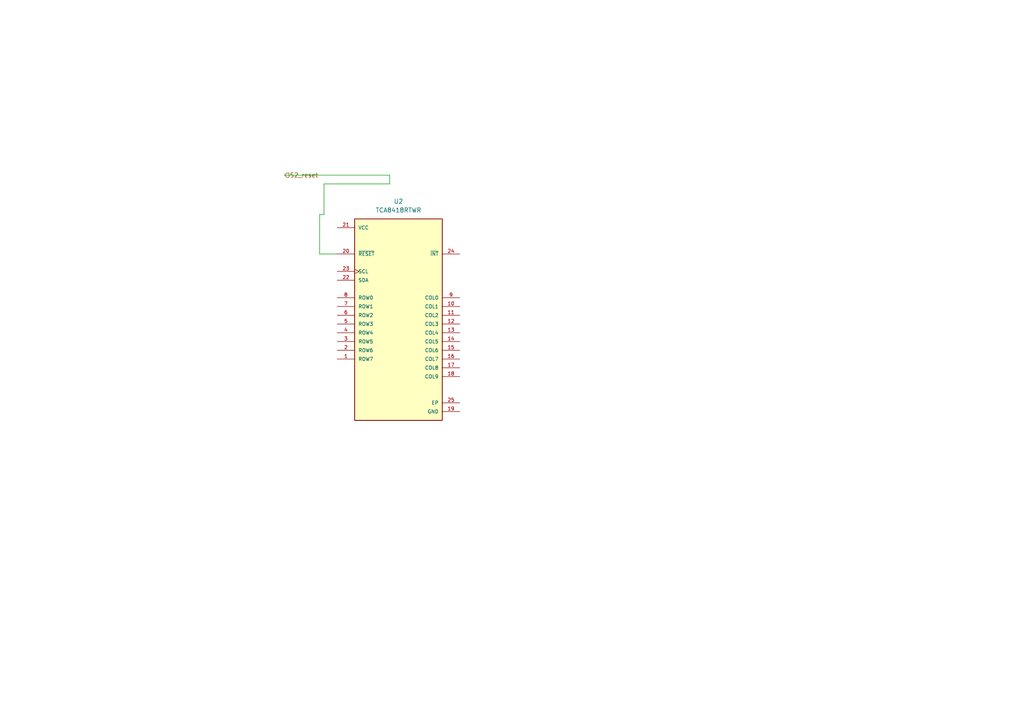
<source format=kicad_sch>
(kicad_sch
	(version 20231120)
	(generator "eeschema")
	(generator_version "8.0")
	(uuid "2316fc67-bbef-4326-a923-05d1c7ee1cf3")
	(paper "A4")
	(lib_symbols
		(symbol "mWW_Library:TCA8418RTWR"
			(pin_names
				(offset 1.016)
			)
			(exclude_from_sim no)
			(in_bom yes)
			(on_board yes)
			(property "Reference" "U"
				(at -12.7 28.702 0)
				(effects
					(font
						(size 1.27 1.27)
					)
					(justify left bottom)
				)
			)
			(property "Value" "TCA8418RTWR"
				(at -12.7 -31.242 0)
				(effects
					(font
						(size 1.27 1.27)
					)
					(justify left top)
				)
			)
			(property "Footprint" "TCA8418RTWR:QFN50P400X400X80-25N"
				(at 0 0 0)
				(effects
					(font
						(size 1.27 1.27)
					)
					(justify bottom)
					(hide yes)
				)
			)
			(property "Datasheet" ""
				(at 0 0 0)
				(effects
					(font
						(size 1.27 1.27)
					)
					(hide yes)
				)
			)
			(property "Description" ""
				(at 0 0 0)
				(effects
					(font
						(size 1.27 1.27)
					)
					(hide yes)
				)
			)
			(property "MF" "Texas Instruments"
				(at 0 0 0)
				(effects
					(font
						(size 1.27 1.27)
					)
					(justify bottom)
					(hide yes)
				)
			)
			(property "MAXIMUM_PACKAGE_HEIGHT" "0.8mm"
				(at 0 0 0)
				(effects
					(font
						(size 1.27 1.27)
					)
					(justify bottom)
					(hide yes)
				)
			)
			(property "Package" "WQFN-24 Texas Instruments"
				(at 0 0 0)
				(effects
					(font
						(size 1.27 1.27)
					)
					(justify bottom)
					(hide yes)
				)
			)
			(property "Price" "None"
				(at 0 0 0)
				(effects
					(font
						(size 1.27 1.27)
					)
					(justify bottom)
					(hide yes)
				)
			)
			(property "Check_prices" "https://www.snapeda.com/parts/TCA8418RTWR/Texas+Instruments/view-part/?ref=eda"
				(at 0 0 0)
				(effects
					(font
						(size 1.27 1.27)
					)
					(justify bottom)
					(hide yes)
				)
			)
			(property "STANDARD" "IPC-7351B"
				(at 0 0 0)
				(effects
					(font
						(size 1.27 1.27)
					)
					(justify bottom)
					(hide yes)
				)
			)
			(property "PARTREV" "G"
				(at 0 0 0)
				(effects
					(font
						(size 1.27 1.27)
					)
					(justify bottom)
					(hide yes)
				)
			)
			(property "SnapEDA_Link" "https://www.snapeda.com/parts/TCA8418RTWR/Texas+Instruments/view-part/?ref=snap"
				(at 0 0 0)
				(effects
					(font
						(size 1.27 1.27)
					)
					(justify bottom)
					(hide yes)
				)
			)
			(property "MP" "TCA8418RTWR"
				(at 0 0 0)
				(effects
					(font
						(size 1.27 1.27)
					)
					(justify bottom)
					(hide yes)
				)
			)
			(property "Description_1" "\n18-bit 1.65- to 3.6-V 1MHz I2C/SMBus keypad scanner with interrupt, reset & 80 key support\n"
				(at 0 0 0)
				(effects
					(font
						(size 1.27 1.27)
					)
					(justify bottom)
					(hide yes)
				)
			)
			(property "Availability" "In Stock"
				(at 0 0 0)
				(effects
					(font
						(size 1.27 1.27)
					)
					(justify bottom)
					(hide yes)
				)
			)
			(property "MANUFACTURER" "Texas Instruments"
				(at 0 0 0)
				(effects
					(font
						(size 1.27 1.27)
					)
					(justify bottom)
					(hide yes)
				)
			)
			(symbol "TCA8418RTWR_0_0"
				(rectangle
					(start -12.7 -30.48)
					(end 12.7 27.94)
					(stroke
						(width 0.254)
						(type default)
					)
					(fill
						(type background)
					)
				)
				(pin bidirectional line
					(at -17.78 -12.7 0)
					(length 5.08)
					(name "ROW7"
						(effects
							(font
								(size 1.016 1.016)
							)
						)
					)
					(number "1"
						(effects
							(font
								(size 1.016 1.016)
							)
						)
					)
				)
				(pin bidirectional line
					(at 17.78 2.54 180)
					(length 5.08)
					(name "COL1"
						(effects
							(font
								(size 1.016 1.016)
							)
						)
					)
					(number "10"
						(effects
							(font
								(size 1.016 1.016)
							)
						)
					)
				)
				(pin bidirectional line
					(at 17.78 0 180)
					(length 5.08)
					(name "COL2"
						(effects
							(font
								(size 1.016 1.016)
							)
						)
					)
					(number "11"
						(effects
							(font
								(size 1.016 1.016)
							)
						)
					)
				)
				(pin bidirectional line
					(at 17.78 -2.54 180)
					(length 5.08)
					(name "COL3"
						(effects
							(font
								(size 1.016 1.016)
							)
						)
					)
					(number "12"
						(effects
							(font
								(size 1.016 1.016)
							)
						)
					)
				)
				(pin bidirectional line
					(at 17.78 -5.08 180)
					(length 5.08)
					(name "COL4"
						(effects
							(font
								(size 1.016 1.016)
							)
						)
					)
					(number "13"
						(effects
							(font
								(size 1.016 1.016)
							)
						)
					)
				)
				(pin bidirectional line
					(at 17.78 -7.62 180)
					(length 5.08)
					(name "COL5"
						(effects
							(font
								(size 1.016 1.016)
							)
						)
					)
					(number "14"
						(effects
							(font
								(size 1.016 1.016)
							)
						)
					)
				)
				(pin bidirectional line
					(at 17.78 -10.16 180)
					(length 5.08)
					(name "COL6"
						(effects
							(font
								(size 1.016 1.016)
							)
						)
					)
					(number "15"
						(effects
							(font
								(size 1.016 1.016)
							)
						)
					)
				)
				(pin bidirectional line
					(at 17.78 -12.7 180)
					(length 5.08)
					(name "COL7"
						(effects
							(font
								(size 1.016 1.016)
							)
						)
					)
					(number "16"
						(effects
							(font
								(size 1.016 1.016)
							)
						)
					)
				)
				(pin bidirectional line
					(at 17.78 -15.24 180)
					(length 5.08)
					(name "COL8"
						(effects
							(font
								(size 1.016 1.016)
							)
						)
					)
					(number "17"
						(effects
							(font
								(size 1.016 1.016)
							)
						)
					)
				)
				(pin bidirectional line
					(at 17.78 -17.78 180)
					(length 5.08)
					(name "COL9"
						(effects
							(font
								(size 1.016 1.016)
							)
						)
					)
					(number "18"
						(effects
							(font
								(size 1.016 1.016)
							)
						)
					)
				)
				(pin power_in line
					(at 17.78 -27.94 180)
					(length 5.08)
					(name "GND"
						(effects
							(font
								(size 1.016 1.016)
							)
						)
					)
					(number "19"
						(effects
							(font
								(size 1.016 1.016)
							)
						)
					)
				)
				(pin bidirectional line
					(at -17.78 -10.16 0)
					(length 5.08)
					(name "ROW6"
						(effects
							(font
								(size 1.016 1.016)
							)
						)
					)
					(number "2"
						(effects
							(font
								(size 1.016 1.016)
							)
						)
					)
				)
				(pin input line
					(at -17.78 17.78 0)
					(length 5.08)
					(name "~{RESET}"
						(effects
							(font
								(size 1.016 1.016)
							)
						)
					)
					(number "20"
						(effects
							(font
								(size 1.016 1.016)
							)
						)
					)
				)
				(pin power_in line
					(at -17.78 25.4 0)
					(length 5.08)
					(name "VCC"
						(effects
							(font
								(size 1.016 1.016)
							)
						)
					)
					(number "21"
						(effects
							(font
								(size 1.016 1.016)
							)
						)
					)
				)
				(pin bidirectional line
					(at -17.78 10.16 0)
					(length 5.08)
					(name "SDA"
						(effects
							(font
								(size 1.016 1.016)
							)
						)
					)
					(number "22"
						(effects
							(font
								(size 1.016 1.016)
							)
						)
					)
				)
				(pin input clock
					(at -17.78 12.7 0)
					(length 5.08)
					(name "SCL"
						(effects
							(font
								(size 1.016 1.016)
							)
						)
					)
					(number "23"
						(effects
							(font
								(size 1.016 1.016)
							)
						)
					)
				)
				(pin output line
					(at 17.78 17.78 180)
					(length 5.08)
					(name "~{INT}"
						(effects
							(font
								(size 1.016 1.016)
							)
						)
					)
					(number "24"
						(effects
							(font
								(size 1.016 1.016)
							)
						)
					)
				)
				(pin passive line
					(at 17.78 -25.4 180)
					(length 5.08)
					(name "EP"
						(effects
							(font
								(size 1.016 1.016)
							)
						)
					)
					(number "25"
						(effects
							(font
								(size 1.016 1.016)
							)
						)
					)
				)
				(pin bidirectional line
					(at -17.78 -7.62 0)
					(length 5.08)
					(name "ROW5"
						(effects
							(font
								(size 1.016 1.016)
							)
						)
					)
					(number "3"
						(effects
							(font
								(size 1.016 1.016)
							)
						)
					)
				)
				(pin bidirectional line
					(at -17.78 -5.08 0)
					(length 5.08)
					(name "ROW4"
						(effects
							(font
								(size 1.016 1.016)
							)
						)
					)
					(number "4"
						(effects
							(font
								(size 1.016 1.016)
							)
						)
					)
				)
				(pin bidirectional line
					(at -17.78 -2.54 0)
					(length 5.08)
					(name "ROW3"
						(effects
							(font
								(size 1.016 1.016)
							)
						)
					)
					(number "5"
						(effects
							(font
								(size 1.016 1.016)
							)
						)
					)
				)
				(pin bidirectional line
					(at -17.78 0 0)
					(length 5.08)
					(name "ROW2"
						(effects
							(font
								(size 1.016 1.016)
							)
						)
					)
					(number "6"
						(effects
							(font
								(size 1.016 1.016)
							)
						)
					)
				)
				(pin bidirectional line
					(at -17.78 2.54 0)
					(length 5.08)
					(name "ROW1"
						(effects
							(font
								(size 1.016 1.016)
							)
						)
					)
					(number "7"
						(effects
							(font
								(size 1.016 1.016)
							)
						)
					)
				)
				(pin bidirectional line
					(at -17.78 5.08 0)
					(length 5.08)
					(name "ROW0"
						(effects
							(font
								(size 1.016 1.016)
							)
						)
					)
					(number "8"
						(effects
							(font
								(size 1.016 1.016)
							)
						)
					)
				)
				(pin bidirectional line
					(at 17.78 5.08 180)
					(length 5.08)
					(name "COL0"
						(effects
							(font
								(size 1.016 1.016)
							)
						)
					)
					(number "9"
						(effects
							(font
								(size 1.016 1.016)
							)
						)
					)
				)
			)
		)
	)
	(wire
		(pts
			(xy 113.03 50.8) (xy 82.55 50.8)
		)
		(stroke
			(width 0)
			(type default)
		)
		(uuid "200e4730-2791-4366-97f0-bf71f302c263")
	)
	(wire
		(pts
			(xy 93.98 53.34) (xy 93.98 62.23)
		)
		(stroke
			(width 0)
			(type default)
		)
		(uuid "4033945b-5ebf-460f-a1ac-0af07150dc9f")
	)
	(wire
		(pts
			(xy 92.71 62.23) (xy 92.71 73.66)
		)
		(stroke
			(width 0)
			(type default)
		)
		(uuid "5bb15674-8ad8-465d-90f3-ed1dd85c02e2")
	)
	(wire
		(pts
			(xy 92.71 62.23) (xy 93.98 62.23)
		)
		(stroke
			(width 0)
			(type default)
		)
		(uuid "7a01374d-d1ee-49cb-a2e3-16d175f06f0d")
	)
	(wire
		(pts
			(xy 93.98 53.34) (xy 113.03 53.34)
		)
		(stroke
			(width 0)
			(type default)
		)
		(uuid "8218a6bb-481e-49e3-9c73-4020eb60a632")
	)
	(wire
		(pts
			(xy 92.71 73.66) (xy 97.79 73.66)
		)
		(stroke
			(width 0)
			(type default)
		)
		(uuid "b9fee2cf-6fc8-478d-b58d-bb77d28c74ff")
	)
	(wire
		(pts
			(xy 113.03 53.34) (xy 113.03 50.8)
		)
		(stroke
			(width 0)
			(type default)
		)
		(uuid "e94e7bd5-f6b6-42fd-8db2-4ee815bbeb7a")
	)
	(hierarchical_label "S2_reset"
		(shape input)
		(at 82.55 50.8 0)
		(fields_autoplaced yes)
		(effects
			(font
				(size 1.27 1.27)
			)
			(justify left)
		)
		(uuid "3ad724fe-939f-42ef-9e3f-12cefe74bf90")
	)
	(symbol
		(lib_id "mWW_Library:TCA8418RTWR")
		(at 115.57 91.44 0)
		(unit 1)
		(exclude_from_sim no)
		(in_bom yes)
		(on_board yes)
		(dnp no)
		(fields_autoplaced yes)
		(uuid "1d5520ba-ab4f-46c1-89f6-f65934b238c1")
		(property "Reference" "U2"
			(at 115.57 58.42 0)
			(effects
				(font
					(size 1.27 1.27)
				)
			)
		)
		(property "Value" "TCA8418RTWR"
			(at 115.57 60.96 0)
			(effects
				(font
					(size 1.27 1.27)
				)
			)
		)
		(property "Footprint" "Package_DFN_QFN:WQFN-24-1EP_4x4mm_P0.5mm_EP2.6x2.6mm"
			(at 115.57 91.44 0)
			(effects
				(font
					(size 1.27 1.27)
				)
				(justify bottom)
				(hide yes)
			)
		)
		(property "Datasheet" ""
			(at 115.57 91.44 0)
			(effects
				(font
					(size 1.27 1.27)
				)
				(hide yes)
			)
		)
		(property "Description" ""
			(at 115.57 91.44 0)
			(effects
				(font
					(size 1.27 1.27)
				)
				(hide yes)
			)
		)
		(property "MF" "Texas Instruments"
			(at 115.57 91.44 0)
			(effects
				(font
					(size 1.27 1.27)
				)
				(justify bottom)
				(hide yes)
			)
		)
		(property "MAXIMUM_PACKAGE_HEIGHT" "0.8mm"
			(at 115.57 91.44 0)
			(effects
				(font
					(size 1.27 1.27)
				)
				(justify bottom)
				(hide yes)
			)
		)
		(property "Package" "WQFN-24 Texas Instruments"
			(at 115.57 91.44 0)
			(effects
				(font
					(size 1.27 1.27)
				)
				(justify bottom)
				(hide yes)
			)
		)
		(property "Price" "None"
			(at 115.57 91.44 0)
			(effects
				(font
					(size 1.27 1.27)
				)
				(justify bottom)
				(hide yes)
			)
		)
		(property "Check_prices" "https://www.snapeda.com/parts/TCA8418RTWR/Texas+Instruments/view-part/?ref=eda"
			(at 115.57 91.44 0)
			(effects
				(font
					(size 1.27 1.27)
				)
				(justify bottom)
				(hide yes)
			)
		)
		(property "STANDARD" "IPC-7351B"
			(at 115.57 91.44 0)
			(effects
				(font
					(size 1.27 1.27)
				)
				(justify bottom)
				(hide yes)
			)
		)
		(property "PARTREV" "G"
			(at 115.57 91.44 0)
			(effects
				(font
					(size 1.27 1.27)
				)
				(justify bottom)
				(hide yes)
			)
		)
		(property "SnapEDA_Link" "https://www.snapeda.com/parts/TCA8418RTWR/Texas+Instruments/view-part/?ref=snap"
			(at 115.57 91.44 0)
			(effects
				(font
					(size 1.27 1.27)
				)
				(justify bottom)
				(hide yes)
			)
		)
		(property "MP" "TCA8418RTWR"
			(at 115.57 91.44 0)
			(effects
				(font
					(size 1.27 1.27)
				)
				(justify bottom)
				(hide yes)
			)
		)
		(property "Description_1" "\n18-bit 1.65- to 3.6-V 1MHz I2C/SMBus keypad scanner with interrupt, reset & 80 key support\n"
			(at 115.57 91.44 0)
			(effects
				(font
					(size 1.27 1.27)
				)
				(justify bottom)
				(hide yes)
			)
		)
		(property "Availability" "In Stock"
			(at 115.57 91.44 0)
			(effects
				(font
					(size 1.27 1.27)
				)
				(justify bottom)
				(hide yes)
			)
		)
		(property "MANUFACTURER" "Texas Instruments"
			(at 115.57 91.44 0)
			(effects
				(font
					(size 1.27 1.27)
				)
				(justify bottom)
				(hide yes)
			)
		)
		(pin "8"
			(uuid "cb038db7-d7f1-4828-ab22-137cb69a1c5b")
		)
		(pin "3"
			(uuid "c8a12ef4-0113-4d92-824a-6bf4a15bc412")
		)
		(pin "20"
			(uuid "fac6a63f-81fe-49e5-8946-c010b13df9cf")
		)
		(pin "18"
			(uuid "a3c2c138-e63c-4189-b1cb-47179fb07ebd")
		)
		(pin "5"
			(uuid "f5258b6e-d466-4b03-b066-7c4b17c3d3ec")
		)
		(pin "24"
			(uuid "e025b6aa-dc24-4d22-b2ab-d1ce7f5b120d")
		)
		(pin "1"
			(uuid "fe7a3276-7991-47f6-ba2b-8aceabe315c2")
		)
		(pin "22"
			(uuid "5c4611e8-b7f1-4bf1-9c20-be2136cf6ea6")
		)
		(pin "16"
			(uuid "3a81e5a7-0937-408b-9dad-e45942ea0644")
		)
		(pin "4"
			(uuid "db198c3e-6473-444f-abad-3b14e993fe6d")
		)
		(pin "13"
			(uuid "28e14645-2281-4b59-82bd-07d5c4e285f6")
		)
		(pin "12"
			(uuid "b14c0ae0-cfdf-4bd4-a863-f42e42e2c938")
		)
		(pin "7"
			(uuid "a4a5b28e-16ad-478a-b471-700bfcabb71a")
		)
		(pin "17"
			(uuid "d856b3dd-2c1c-4b2a-a399-36ec2d41fe6d")
		)
		(pin "2"
			(uuid "c6dacd1f-4a07-451d-b415-88ac640c8a81")
		)
		(pin "19"
			(uuid "8438c392-121a-4e93-bcdf-5743cc2b1ebc")
		)
		(pin "6"
			(uuid "6d393c16-656d-497b-99ab-aa8638c7cdfd")
		)
		(pin "10"
			(uuid "87ba166a-65a3-4af7-a770-e47f1d87a7ca")
		)
		(pin "21"
			(uuid "452aefe2-8d7c-4450-8366-61fedb8ec0b3")
		)
		(pin "11"
			(uuid "1860a235-7ba1-49f9-bcba-9c4834b3a09b")
		)
		(pin "15"
			(uuid "150a9ecf-a6b9-4305-93e9-f23fef56faee")
		)
		(pin "25"
			(uuid "deb3033e-8ff9-4821-8e39-3a9ba0f9c113")
		)
		(pin "9"
			(uuid "fd5aa0f8-badc-4a5f-90db-50e0ff7ea715")
		)
		(pin "23"
			(uuid "1acc7a5e-d2a8-49ab-8166-4c2d93c76aa0")
		)
		(pin "14"
			(uuid "9cf82c32-b443-40d6-948d-377a30c2e91c")
		)
		(instances
			(project ""
				(path "/89238232-8741-47ca-bc88-71bea6acd126/2bf3bce0-8809-4021-8c56-c3b4ca3bb1af"
					(reference "U2")
					(unit 1)
				)
			)
		)
	)
)

</source>
